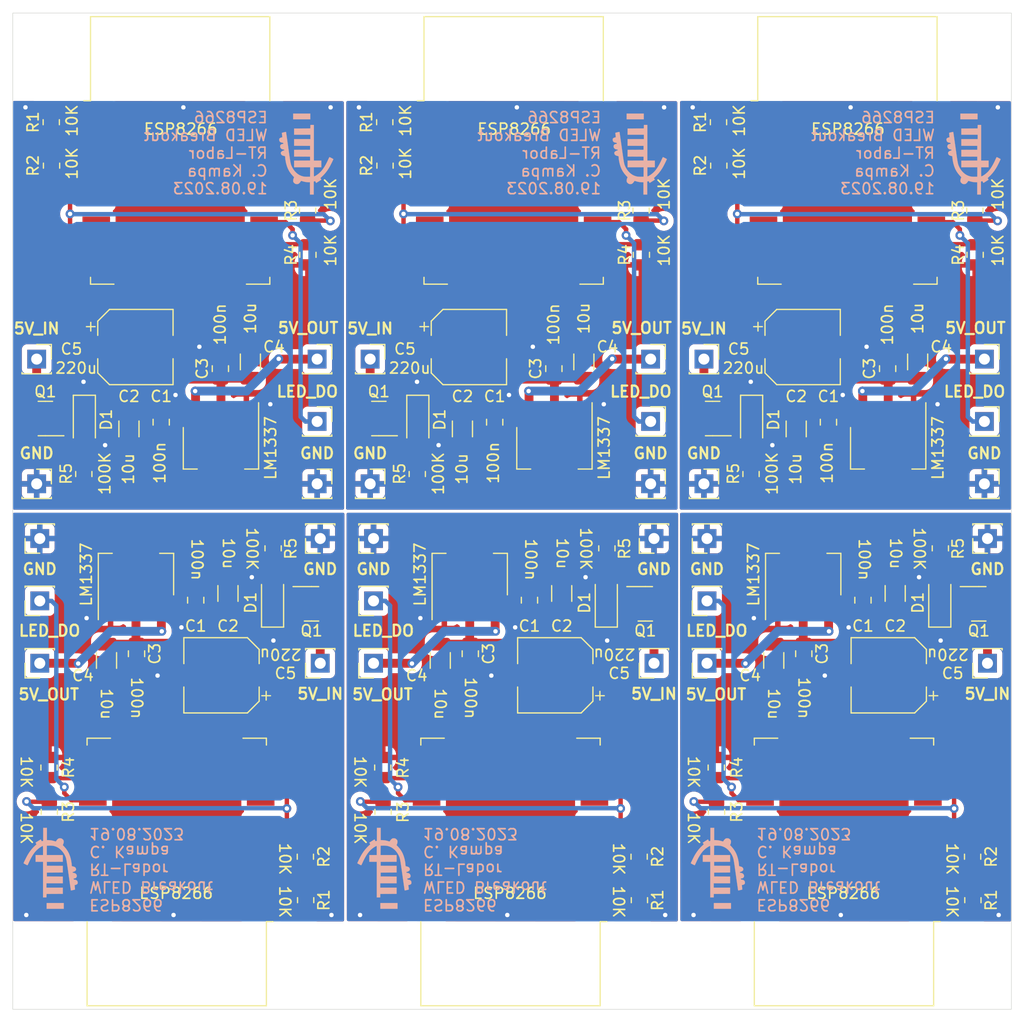
<source format=kicad_pcb>
(kicad_pcb (version 20221018) (generator pcbnew)
  (layers (0 "F.Cu" signal) (31 "B.Cu" signal) (34 "B.Paste" user) (35 "F.Paste" user) (36 "B.SilkS" user "B.Silkscreen") (37 "F.SilkS" user "F.Silkscreen") (38 "B.Mask" user) (39 "F.Mask" user) (44 "Edge.Cuts" user))
  (net 0 "")
  (net 1 "+5V")
  (net 2 "GND")
  (net 3 "Net-(U1-VCC)")
  (net 4 "Net-(D1-A)")
  (net 5 "Net-(J1-Pin_1)")
  (net 6 "Net-(J4-Pin_1)")
  (net 7 "Net-(U1-~{RST})")
  (net 8 "Net-(U1-EN)")
  (net 9 "Net-(U1-GPIO0)")
  (net 10 "Net-(U1-GPIO15)")
  (footprint "Package_TO_SOT_SMD:SOT-223-3_TabPin2" (layer "F.Cu") (at 101.854 92.4052 -90)
    (fp_text reference "LM1337")
    (fp_text value "LT1117-3.3")
  )
  (footprint "Capacitor_SMD:C_0805_2012Metric" (layer "F.Cu") (at 94.2086 111.0488 -90)
    (fp_text reference "C3")
    (fp_text value "100nF")
  )
  (footprint "Resistor_SMD:R_0805_2012Metric" (layer "F.Cu") (at 109.7026 70.8914 90)
    (fp_text reference "R3")
    (fp_text value "10k")
  )
  (footprint "Capacitor_SMD:CP_Elec_6.3x7.7" (layer "F.Cu") (at 124.3076 83.2612)
    (fp_text reference "C5")
    (fp_text value "330u")
  )
  (footprint "Connector_PinSocket_2.54mm:PinSocket_1x01_P2.54mm_Vertical" (layer "F.Cu") (at 170.9928 95.6564)
    (fp_text reference "GND")
    (fp_text value "Ground")
  )
  (footprint "Capacitor_SMD:C_0805_2012Metric" (layer "F.Cu") (at 159.9946 106.1974 90)
    (fp_text reference "C1")
    (fp_text value "100nF")
  )
  (footprint "Resistor_SMD:R_0805_2012Metric" (layer "F.Cu") (at 86.487 62.8885 90)
    (fp_text reference "R1")
    (fp_text value "10k")
  )
  (footprint "Capacitor_SMD:C_1206_3216Metric" (layer "F.Cu") (at 121.7168 111.6584 -90)
    (fp_text reference "C4")
    (fp_text value "10u")
  )
  (footprint "Resistor_SMD:R_0805_2012Metric" (layer "F.Cu") (at 139.7508 133.3773 -90)
    (fp_text reference "R1")
    (fp_text value "10k")
  )
  (footprint "Capacitor_SMD:C_1206_3216Metric" (layer "F.Cu") (at 123.7234 90.678 -90)
    (fp_text reference "C2")
    (fp_text value "10u")
  )
  (footprint "Resistor_SMD:R_0805_2012Metric" (layer "F.Cu") (at 169.9514 133.3773 -90)
    (fp_text reference "R1")
    (fp_text value "10k")
  )
  (footprint "RF_Module:ESP-12E" (layer "F.Cu") (at 158.2768 130.8212 180)
    (fp_text reference "ESP8266")
    (fp_text value "ESP-12F")
  )
  (footprint "Package_TO_SOT_SMD:SOT-23" (layer "F.Cu") (at 146.3802 89.7382 180)
    (fp_text reference "Q1")
    (fp_text value "FDN340P")
  )
  (footprint "Resistor_SMD:R_0805_2012Metric" (layer "F.Cu") (at 86.3092 125.3744 -90)
    (fp_text reference "R3")
    (fp_text value "10k")
  )
  (footprint "Package_TO_SOT_SMD:SOT-223-3_TabPin2" (layer "F.Cu") (at 162.2806 92.4052 -90)
    (fp_text reference "LM1337")
    (fp_text value "LT1117-3.3")
  )
  (footprint "Resistor_SMD:R_0805_2012Metric" (layer "F.Cu") (at 136.8044 101.4984 90)
    (fp_text reference "R5")
    (fp_text value "100k")
  )
  (footprint "Capacitor_SMD:C_1206_3216Metric" (layer "F.Cu") (at 104.521 84.6074 90)
    (fp_text reference "C4")
    (fp_text value "10u")
  )
  (footprint "RF_Module:ESP-12E" (layer "F.Cu") (at 97.8502 130.8212 180)
    (fp_text reference "ESP8266")
    (fp_text value "ESP-12F")
  )
  (footprint "Capacitor_SMD:C_0805_2012Metric" (layer "F.Cu") (at 132.0038 85.217 90)
    (fp_text reference "C3")
    (fp_text value "100nF")
  )
  (footprint "Capacitor_SMD:CP_Elec_6.3x7.7" (layer "F.Cu") (at 94.107 83.2612)
    (fp_text reference "C5")
    (fp_text value "330u")
  )
  (footprint "Capacitor_SMD:C_1206_3216Metric" (layer "F.Cu") (at 93.5228 90.678 -90)
    (fp_text reference "C2")
    (fp_text value "10u")
  )
  (footprint "Connector_PinSocket_2.54mm:PinSocket_1x01_P2.54mm_Vertical" (layer "F.Cu") (at 170.9928 84.3534)
    (fp_text reference "5V_OUT")
    (fp_text value "5V")
  )
  (footprint "Connector_PinSocket_2.54mm:PinSocket_1x01_P2.54mm_Vertical" (layer "F.Cu") (at 85.4456 111.9124 180)
    (fp_text reference "5V_OUT")
    (fp_text value "5V")
  )
  (footprint "Connector_PinSocket_2.54mm:PinSocket_1x01_P2.54mm_Vertical" (layer "F.Cu") (at 110.5662 84.3534)
    (fp_text reference "5V_OUT")
    (fp_text value "5V")
  )
  (footprint "Connector_PinSocket_2.54mm:PinSocket_1x01_P2.54mm_Vertical" (layer "F.Cu") (at 145.8722 106.2609 180)
    (fp_text reference "LED_DO")
    (fp_text value "LED_DATA")
  )
  (footprint "Package_TO_SOT_SMD:SOT-223-3_TabPin2" (layer "F.Cu") (at 124.3838 103.8606 90)
    (fp_text reference "LM1337")
    (fp_text value "LT1117-3.3")
  )
  (footprint "Resistor_SMD:R_0805_2012Metric" (layer "F.Cu") (at 146.9136 62.8885 90)
    (fp_text reference "R1")
    (fp_text value "10k")
  )
  (footprint "Connector_PinSocket_2.54mm:PinSocket_1x01_P2.54mm_Vertical" (layer "F.Cu") (at 85.1662 95.6564)
    (fp_text reference "GND")
    (fp_text value "Ground")
  )
  (footprint "Connector_PinSocket_2.54mm:PinSocket_1x01_P2.54mm_Vertical" (layer "F.Cu") (at 141.0716 111.9124 180)
    (fp_text reference "5V_IN")
    (fp_text value "5V_In")
  )
  (footprint "Resistor_SMD:R_0805_2012Metric" (layer "F.Cu") (at 139.9286 74.9046 -90)
    (fp_text reference "R4")
    (fp_text value "10k")
  )
  (footprint "Connector_PinSocket_2.54mm:PinSocket_1x01_P2.54mm_Vertical" (layer "F.Cu") (at 115.6716 100.6094 180)
    (fp_text reference "GND")
    (fp_text value "Ground")
  )
  (footprint "Package_TO_SOT_SMD:SOT-223-3_TabPin2" (layer "F.Cu") (at 94.1578 103.8606 90)
    (fp_text reference "LM1337")
    (fp_text value "LT1117-3.3")
  )
  (footprint "Resistor_SMD:R_0805_2012Metric" (layer "F.Cu") (at 116.713 66.8255 90)
    (fp_text reference "R2")
    (fp_text value "10k")
  )
  (footprint "RF_Module:ESP-12E" (layer "F.Cu") (at 98.1616 65.4446)
    (fp_text reference "ESP8266")
    (fp_text value "ESP-12F")
  )
  (footprint "Resistor_SMD:R_0805_2012Metric" (layer "F.Cu") (at 119.634 94.7674 -90)
    (fp_text reference "R5")
    (fp_text value "100k")
  )
  (footprint "Package_TO_SOT_SMD:SOT-23" (layer "F.Cu") (at 170.4848 106.5276)
    (fp_text reference "Q1")
    (fp_text value "FDN340P")
  )
  (footprint "Capacitor_SMD:C_1206_3216Metric" (layer "F.Cu") (at 153.9494 90.678 -90)
    (fp_text reference "C2")
    (fp_text value "10u")
  )
  (footprint "Resistor_SMD:R_0805_2012Metric" (layer "F.Cu") (at 146.7358 125.3744 -90)
    (fp_text reference "R3")
    (fp_text value "10k")
  )
  (footprint "Connector_PinSocket_2.54mm:PinSocket_1x01_P2.54mm_Vertical" (layer "F.Cu") (at 110.5662 95.6564)
    (fp_text reference "GND")
    (fp_text value "Ground")
  )
  (footprint "Connector_PinSocket_2.54mm:PinSocket_1x01_P2.54mm_Vertical" (layer "F.Cu") (at 171.2722 100.6094 180)
    (fp_text reference "GND")
    (fp_text value "Ground")
  )
  (footprint "Capacitor_SMD:C_0805_2012Metric" (layer "F.Cu") (at 99.568 106.1974 90)
    (fp_text reference "C1")
    (fp_text value "100nF")
  )
  (footprint "Resistor_SMD:R_0805_2012Metric" (layer "F.Cu") (at 146.939 66.8255 90)
    (fp_text reference "R2")
    (fp_text value "10k")
  )
  (footprint "Connector_PinSocket_2.54mm:PinSocket_1x01_P2.54mm_Vertical" (layer "F.Cu") (at 145.8722 111.9124 180)
    (fp_text reference "5V_OUT")
    (fp_text value "5V")
  )
  (footprint "Connector_PinSocket_2.54mm:PinSocket_1x01_P2.54mm_Vertical" (layer "F.Cu") (at 140.7668 84.3534)
    (fp_text reference "5V_OUT")
    (fp_text value "5V")
  )
  (footprint "Connector_PinSocket_2.54mm:PinSocket_1x01_P2.54mm_Vertical" (layer "F.Cu") (at 115.3668 95.6564)
    (fp_text reference "GND")
    (fp_text value "Ground")
  )
  (footprint "Capacitor_SMD:C_0805_2012Metric" (layer "F.Cu") (at 154.6352 111.0488 -90)
    (fp_text reference "C3")
    (fp_text value "100nF")
  )
  (footprint "RF_Module:ESP-12E" (layer "F.Cu") (at 158.5882 65.4446)
    (fp_text reference "ESP8266")
    (fp_text value "ESP-12F")
  )
  (footprint "Resistor_SMD:R_0805_2012Metric" (layer "F.Cu") (at 146.7104 121.3612 90)
    (fp_text reference "R4")
    (fp_text value "10k")
  )
  (footprint "Resistor_SMD:R_0805_2012Metric" (layer "F.Cu") (at 89.4334 94.7674 -90)
    (fp_text reference "R5")
    (fp_text value "100k")
  )
  (footprint "Capacitor_SMD:CP_Elec_6.3x7.7" (layer "F.Cu") (at 154.5336 83.2612)
    (fp_text reference "C5")
    (fp_text value "330u")
  )
  (footprint "Connector_PinSocket_2.54mm:PinSocket_1x01_P2.54mm_Vertical" (layer "F.Cu") (at 115.6716 111.9124 180)
    (fp_text reference "5V_OUT")
    (fp_text value "5V")
  )
  (footprint "Capacitor_SMD:C_0805_2012Metric" (layer "F.Cu") (at 124.4346 111.0488 -90)
    (fp_text reference "C3")
    (fp_text value "100nF")
  )
  (footprint "RF_Module:ESP-12E" (layer "F.Cu") (at 128.3622 65.4446)
    (fp_text reference "ESP8266")
    (fp_text value "ESP-12F")
  )
  (footprint "Resistor_SMD:R_0805_2012Metric" (layer "F.Cu") (at 106.5784 101.4984 90)
    (fp_text reference "R5")
    (fp_text value "100k")
  )
  (footprint "Capacitor_SMD:C_1206_3216Metric" (layer "F.Cu") (at 102.489 105.5878 90)
    (fp_text reference "C2")
    (fp_text value "10u")
  )
  (footprint "Connector_PinSocket_2.54mm:PinSocket_1x01_P2.54mm_Vertical" (layer "F.Cu") (at 85.4456 106.2609 180)
    (fp_text reference "LED_DO")
    (fp_text value "LED_DATA")
  )
  (footprint "Connector_PinSocket_2.54mm:PinSocket_1x01_P2.54mm_Vertical" (layer "F.Cu") (at 115.6716 106.2609 180)
    (fp_text reference "LED_DO")
    (fp_text value "LED_DATA")
  )
  (footprint "Resistor_SMD:R_0805_2012Metric" (layer "F.Cu") (at 109.5248 133.3773 -90)
    (fp_text reference "R1")
    (fp_text value "10k")
  )
  (footprint "Resistor_SMD:R_0805_2012Metric" (layer "F.Cu") (at 149.86 94.7674 -90)
    (fp_text reference "R5")
    (fp_text value "100k")
  )
  (footprint "Capacitor_SMD:C_0805_2012Metric" (layer "F.Cu") (at 162.2298 85.217 90)
    (fp_text reference "C3")
    (fp_text value "100nF")
  )
  (footprint "Connector_PinSocket_2.54mm:PinSocket_1x01_P2.54mm_Vertical" (layer "F.Cu") (at 141.0716 100.6094 180)
    (fp_text reference "GND")
    (fp_text value "Ground")
  )
  (footprint "Capacitor_SMD:CP_Elec_6.3x7.7" (layer "F.Cu") (at 162.3314 113.0046 180)
    (fp_text reference "C5")
    (fp_text value "330u")
  )
  (footprint "Resistor_SMD:R_0805_2012Metric" (layer "F.Cu") (at 170.1546 74.9046 -90)
    (fp_text reference "R4")
    (fp_text value "10k")
  )
  (footprint "Connector_PinSocket_2.54mm:PinSocket_1x01_P2.54mm_Vertical" (layer "F.Cu") (at 110.5662 90.0049)
    (fp_text reference "LED_DO")
    (fp_text value "LED_DATA")
  )
  (footprint "Connector_PinSocket_2.54mm:PinSocket_1x01_P2.54mm_Vertical" (layer "F.Cu") (at 140.7668 95.6564)
    (fp_text reference "GND")
    (fp_text value "Ground")
  )
  (footprint "Resistor_SMD:R_0805_2012Metric" (layer "F.Cu") (at 86.2838 121.3612 90)
    (fp_text reference "R4")
    (fp_text value "10k")
  )
  (footprint "Capacitor_SMD:C_1206_3216Metric" (layer "F.Cu") (at 162.9156 105.5878 90)
    (fp_text reference "C2")
    (fp_text value "10u")
  )
  (footprint "Connector_PinSocket_2.54mm:PinSocket_1x01_P2.54mm_Vertical" (layer "F.Cu") (at 171.2722 111.9124 180)
    (fp_text reference "5V_IN")
    (fp_text value "5V_In")
  )
  (footprint "Connector_PinSocket_2.54mm:PinSocket_1x01_P2.54mm_Vertical" (layer "F.Cu") (at 140.7668 90.0049)
    (fp_text reference "LED_DO")
    (fp_text value "LED_DATA")
  )
  (footprint "Resistor_SMD:R_0805_2012Metric" (layer "F.Cu") (at 86.5124 66.8255 90)
    (fp_text reference "R2")
    (fp_text value "10k")
  )
  (footprint "RF_Module:ESP-12E" (layer "F.Cu") (at 128.0762 130.8212 180)
    (fp_text reference "ESP8266")
    (fp_text value "ESP-12F")
  )
  (footprint "Connector_PinSocket_2.54mm:PinSocket_1x01_P2.54mm_Vertical" (layer "F.Cu") (at 145.5928 84.3534)
    (fp_text reference "5V_IN")
    (fp_text value "5V_In")
  )
  (footprint "Capacitor_SMD:C_0805_2012Metric" (layer "F.Cu") (at 156.8704 90.0684 -90)
    (fp_text reference "C1")
    (fp_text value "100nF")
  )
  (footprint "Capacitor_SMD:C_1206_3216Metric" (layer "F.Cu") (at 134.7216 84.6074 90)
    (fp_text reference "C4")
    (fp_text value "10u")
  )
  (footprint "Capacitor_SMD:C_0805_2012Metric" (layer "F.Cu") (at 126.6444 90.0684 -90)
    (fp_text reference "C1")
    (fp_text value "100nF")
  )
  (footprint "Capacitor_SMD:C_0805_2012Metric" (layer "F.Cu") (at 101.8032 85.217 90)
    (fp_text reference "C3")
    (fp_text value "100nF")
  )
  (footprint "Capacitor_SMD:C_1206_3216Metric" (layer "F.Cu") (at 132.715 105.5878 90)
    (fp_text reference "C2")
    (fp_text value "10u")
  )
  (footprint "Resistor_SMD:R_0805_2012Metric" (layer "F.Cu") (at 109.4994 129.4403 -90)
    (fp_text reference "R2")
    (fp_text value "10k")
  )
  (footprint "Package_TO_SOT_SMD:SOT-23" (layer "F.Cu") (at 116.1542 89.7382 180)
    (fp_text reference "Q1")
    (fp_text value "FDN340P")
  )
  (footprint "Diode_SMD:D_SOD-123F" (layer "F.Cu") (at 166.9542 106.426 90)
    (fp_text reference "D1")
    (fp_text value "BZT52C6V8")
  )
  (footprint "Resistor_SMD:R_0805_2012Metric" (layer "F.Cu") (at 116.6876 62.8885 90)
    (fp_text reference "R1")
    (fp_text value "10k")
  )
  (footprint "Capacitor_SMD:CP_Elec_6.3x7.7" (layer "F.Cu") (at 101.9048 113.0046 180)
    (fp_text reference "C5")
    (fp_text value "330u")
  )
  (footprint "Connector_PinSocket_2.54mm:PinSocket_1x01_P2.54mm_Vertical" (layer "F.Cu") (at 115.3668 84.3534)
    (fp_text reference "5V_IN")
    (fp_text value "5V_In")
  )
  (footprint "Diode_SMD:D_SOD-123F" (layer "F.Cu") (at 149.9108 89.8398 -90)
    (fp_text reference "D1")
    (fp_text value "BZT52C6V8")
  )
  (footprint "Package_TO_SOT_SMD:SOT-23" (layer "F.Cu") (at 110.0582 106.5276)
    (fp_text reference "Q1")
    (fp_text value "FDN340P")
  )
  (footprint "Connector_PinSocket_2.54mm:PinSocket_1x01_P2.54mm_Vertical" (layer "F.Cu") (at 85.4456 100.6094 180)
    (fp_text reference "GND")
    (fp_text value "Ground")
  )
  (footprint "Resistor_SMD:R_0805_2012Metric" (layer "F.Cu") (at 116.5098 121.3612 90)
    (fp_text reference "R4")
    (fp_text value "10k")
  )
  (footprint "Package_TO_SOT_SMD:SOT-23" (layer "F.Cu") (at 85.9536 89.7382 180)
    (fp_text reference "Q1")
    (fp_text value "FDN340P")
  )
  (footprint "Capacitor_SMD:CP_Elec_6.3x7.7" (layer "F.Cu") (at 132.1308 113.0046 180)
    (fp_text reference "C5")
    (fp_text value "330u")
  )
  (footprint "Package_TO_SOT_SMD:SOT-23" (layer "F.Cu") (at 140.2842 106.5276)
    (fp_text reference "Q1")
    (fp_text value "FDN340P")
  )
  (footprint "Capacitor_SMD:C_1206_3216Metric" (layer "F.Cu") (at 164.9476 84.6074 90)
    (fp_text reference "C4")
    (fp_text value "10u")
  )
  (footprint "Diode_SMD:D_SOD-123F" (layer "F.Cu") (at 119.6848 89.8398 -90)
    (fp_text reference "D1")
    (fp_text value "BZT52C6V8")
  )
  (footprint "Diode_SMD:D_SOD-123F" (layer "F.Cu") (at 89.4842 89.8398 -90)
    (fp_text reference "D1")
    (fp_text value "BZT52C6V8")
  )
  (footprint "Package_TO_SOT_SMD:SOT-223-3_TabPin2" (layer "F.Cu") (at 132.0546 92.4052 -90)
    (fp_text reference "LM1337")
    (fp_text value "LT1117-3.3")
  )
  (footprint "Capacitor_SMD:C_0805_2012Metric" (layer "F.Cu") (at 129.794 106.1974 90)
    (fp_text reference "C1")
    (fp_text value "100nF")
  )
  (footprint "Resistor_SMD:R_0805_2012Metric" (layer "F.Cu") (at 116.5352 125.3744 -90)
    (fp_text reference "R3")
    (fp_text value "10k")
  )
  (footprint "Capacitor_SMD:C_1206_3216Metric" (layer "F.Cu") (at 91.4908 111.6584 -90)
    (fp_text reference "C4")
    (fp_text value "10u")
  )
  (footprint "Resistor_SMD:R_0805_2012Metric" (layer "F.Cu") (at 109.728 74.9046 -90)
    (fp_text reference "R4")
    (fp_text value "10k")
  )
  (footprint "Connector_PinSocket_2.54mm:PinSocket_1x01_P2.54mm_Vertical" (layer "F.Cu") (at 110.8456 100.6094 180)
    (fp_text reference "GND")
    (fp_text value "Ground")
  )
  (footprint "Connector_PinSocket_2.54mm:PinSocket_1x01_P2.54mm_Vertical" (layer "F.Cu") (at 85.1662 84.3534)
    (fp_text reference "5V_IN")
    (fp_text value "5V_In")
  )
  (footprint "Diode_SMD:D_SOD-123F" (layer "F.Cu") (at 106.5276 106.426 90)
    (fp_text reference "D1")
    (fp_text value "BZT52C6V8")
  )
  (footprint "Connector_PinSocket_2.54mm:PinSocket_1x01_P2.54mm_Vertical" (layer "F.Cu") (at 170.9928 90.0049)
    (fp_text reference "LED_DO")
    (fp_text value "LED_DATA")
  )
  (footprint "Capacitor_SMD:C_0805_2012Metric" (layer "F.Cu") (at 96.4438 90.0684 -90)
    (fp_text reference "C1")
    (fp_text value "100nF")
  )
  (footprint "Connector_PinSocket_2.54mm:PinSocket_1x01_P2.54mm_Vertical" (layer "F.Cu") (at 145.5928 95.6564)
    (fp_text reference "GND")
    (fp_text value "Ground")
  )
  (footprint "Package_TO_SOT_SMD:SOT-223-3_TabPin2" (layer "F.Cu") (at 154.5844 103.8606 90)
    (fp_text reference "LM1337")
    (fp_text value "LT1117-3.3")
  )
  (footprint "Capacitor_SMD:C_1206_3216Metric" (layer "F.Cu") (at 151.9174 111.6584 -90)
    (fp_text reference "C4")
    (fp_text value "10u")
  )
  (footprint "Diode_SMD:D_SOD-123F" (layer "F.Cu") (at 136.7536 106.426 90)
    (fp_text reference "D1")
    (fp_text value "BZT52C6V8")
  )
  (footprint "Resistor_SMD:R_0805_2012Metric" (layer "F.Cu") (at 139.7254 129.4403 -90)
    (fp_text reference "R2")
    (fp_text value "10k")
  )
  (footprint "Resistor_SMD:R_0805_2012Metric" (layer "F.Cu") (at 169.926 129.4403 -90)
    (fp_text reference "R2")
    (fp_text value "10k")
  )
  (footprint "Connector_PinSocket_2.54mm:PinSocket_1x01_P2.54mm_Vertical" (layer "F.Cu") (at 145.8722 100.6094 180)
    (fp_text reference "GND")
    (fp_text value "Ground")
  )
  (footprint "Resistor_SMD:R_0805_2012Metric" (layer "F.Cu") (at 139.9032 70.8914 90)
    (fp_text reference "R3")
    (fp_text value "10k")
  )
  (footprint "Resistor_SMD:R_0805_2012Metric" (layer "F.Cu") (at 170.1292 70.8914 90)
    (fp_text reference "R3")
    (fp_text value "10k")
  )
  (footprint "Connector_PinSocket_2.54mm:PinSocket_1x01_P2.54mm_Vertical" (layer "F.Cu") (at 110.8456 111.9124 180)
    (fp_text reference "5V_IN")
    (fp_text value "5V_In")
  )
  (footprint "Resistor_SMD:R_0805_2012Metric" (layer "F.Cu") (at 167.005 101.4984 90)
    (fp_text reference "R5")
    (fp_text value "100k")
  )
  (footprint "Logo:FH-LogoSilk" (layer "B.Cu") (at 139.7508 65.7606 180)
    (fp_text reference "G***" hide)
    (fp_text value "LOGO" hide)
  )
  (footprint "Logo:FH-LogoSilk" (layer "B.Cu") (at 116.6876 130.5052)
    (fp_text reference "G***" hide)
    (fp_text value "LOGO" hide)
  )
  (footprint "Logo:FH-LogoSilk" (layer "B.Cu") (at 146.8882 130.5052)
    (fp_text reference "G***" hide)
    (fp_text value "LOGO" hide)
  )
  (footprint "Logo:FH-LogoSilk" (layer "B.Cu") (at 169.9768 65.7606 180)
    (fp_text reference "G***" hide)
    (fp_text value "LOGO" hide)
  )
  (footprint "Logo:FH-LogoSilk" (layer "B.Cu") (at 86.4616 130.5052)
    (fp_text reference "G***" hide)
    (fp_text value "LOGO" hide)
  )
  (footprint "Logo:FH-LogoSilk" (layer "B.Cu") (at 109.5502 65.7606 180)
    (fp_text reference "G***" hide)
    (fp_text value "LOGO" hide)
  )
  (gr_rect (start 83 53) (end 173.4384 143.2658) (stroke (width 0.05)) (fill none) (layer "Edge.Cuts"))
  (gr_text "ESP8266 \nWLED Breakout\nRT-Labor\nC. Kampa\n19.08.2023	" (at 136.3726 69.4944) (layer "B.SilkS") (effects (font (size 1 1)) (justify left bottom mirror)))
  (gr_text "ESP8266 \nWLED Breakout\nRT-Labor\nC. Kampa\n19.08.2023	" (at 166.5986 69.4944) (layer "B.SilkS") (effects (font (size 1 1)) (justify left bottom mirror)))
  (gr_text "ESP8266 \nWLED Breakout\nRT-Labor\nC. Kampa\n19.08.2023	" (at 120.0658 126.7714 180) (layer "B.SilkS") (effects (font (size 1 1)) (justify left bottom mirror)))
  (gr_text "ESP8266 \nWLED Breakout\nRT-Labor\nC. Kampa\n19.08.2023	" (at 150.2664 126.7714 180) (layer "B.SilkS") (effects (font (size 1 1)) (justify left bottom mirror)))
  (gr_text "ESP8266 \nWLED Breakout\nRT-Labor\nC. Kampa\n19.08.2023	" (at 106.172 69.4944) (layer "B.SilkS") (effects (font (size 1 1)) (justify left bottom mirror)))
  (gr_text "ESP8266 \nWLED Breakout\nRT-Labor\nC. Kampa\n19.08.2023	" (at 89.8398 126.7714 180) (layer "B.SilkS") (effects (font (size 1 1)) (justify left bottom mirror)))
  (gr_text "10u" (at 94.0562 95.8088 90) (layer "F.SilkS") (effects (font (size 1 1)) (justify left bottom)))
  (gr_text "10K" (at 83.6422 120.2182 -90) (layer "F.SilkS") (effects (font (size 1 1)) (justify left bottom)))
  (gr_text "10K" (at 137.287 128.0922 -90) (layer "F.SilkS") (effects (font (size 1 1)) (justify left bottom)))
  (gr_text "220u" (at 139.4714 110.5154 180) (layer "F.SilkS") (effects (font (size 1 1)) (justify left bottom)))
  (gr_text "10K" (at 137.287 131.9784 -90) (layer "F.SilkS") (effects (font (size 1 1)) (justify left bottom)))
  (gr_text "10K" (at 112.3696 70.9422 90) (layer "F.SilkS") (effects (font (size 1 1)) (justify left bottom)))
  (gr_text "100n" (at 157.3276 95.7326 90) (layer "F.SilkS") (effects (font (size 1 1)) (justify left bottom)))
  (gr_text "10K" (at 83.6422 125.3236 -90) (layer "F.SilkS") (effects (font (size 1 1)) (justify left bottom)))
  (gr_text "10K" (at 107.061 128.0922 -90) (layer "F.SilkS") (effects (font (size 1 1)) (justify left bottom)))
  (gr_text "10u" (at 90.9066 114.0968 -90) (layer "F.SilkS") (effects (font (size 1 1)) (justify left bottom)))
  (gr_text "220u" (at 86.7664 85.7504) (layer "F.SilkS") (effects (font (size 1 1)) (justify left bottom)))
  (gr_text "10K" (at 167.4876 131.9784 -90) (layer "F.SilkS") (effects (font (size 1 1)) (justify left bottom)))
  (gr_text "10K" (at 142.5702 76.0476 90) (layer "F.SilkS") (effects (font (size 1 1)) (justify left bottom)))
  (gr_text "100n" (at 127.1016 95.7326 90) (layer "F.SilkS") (effects (font (size 1 1)) (justify left bottom)))
  (gr_text "10u" (at 151.3332 114.0968 -90) (layer "F.SilkS") (effects (font (size 1 1)) (justify left bottom)))
  (gr_text "10K" (at 167.4876 128.0922 -90) (layer "F.SilkS") (effects (font (size 1 1)) (justify left bottom)))
  (gr_text "10K" (at 112.3696 76.0476 90) (layer "F.SilkS") (effects (font (size 1 1)) (justify left bottom)))
  (gr_text "10K" (at 149.3774 68.1736 90) (layer "F.SilkS") (effects (font (size 1 1)) (justify left bottom)))
  (gr_text "100K" (at 122.1232 96.7486 90) (layer "F.SilkS") (effects (font (size 1 1)) (justify left bottom)))
  (gr_text "10K" (at 119.1514 64.2874 90) (layer "F.SilkS") (effects (font (size 1 1)) (justify left bottom)))
  (gr_text "10u" (at 105.1052 82.169 90) (layer "F.SilkS") (effects (font (size 1 1)) (justify left bottom)))
  (gr_text "220u" (at 169.672 110.5154 180) (layer "F.SilkS") (effects (font (size 1 1)) (justify left bottom)))
  (gr_text "100n" (at 99.1108 100.5332 -90) (layer "F.SilkS") (effects (font (size 1 1)) (justify left bottom)))
  (gr_text "220u" (at 109.2454 110.5154 180) (layer "F.SilkS") (effects (font (size 1 1)) (justify left bottom)))
  (gr_text "10u" (at 154.4828 95.8088 90) (layer "F.SilkS") (effects (font (size 1 1)) (justify left bottom)))
  (gr_text "100n" (at 93.6498 113.0808 -90) (layer "F.SilkS") (effects (font (size 1 1)) (justify left bottom)))
  (gr_text "10u" (at 165.5318 82.169 90) (layer "F.SilkS") (effects (font (size 1 1)) (justify left bottom)))
  (gr_text "10K" (at 142.5702 70.9422 90) (layer "F.SilkS") (effects (font (size 1 1)) (justify left bottom)))
  (gr_text "10u" (at 124.2568 95.8088 90) (layer "F.SilkS") (effects (font (size 1 1)) (justify left bottom)))
  (gr_text "100n" (at 123.8758 113.0808 -90) (layer "F.SilkS") (effects (font (size 1 1)) (justify left bottom)))
  (gr_text "100n" (at 162.7886 83.185 90) (layer "F.SilkS") (effects (font (size 1 1)) (justify left bottom)))
  (gr_text "10K" (at 88.9508 64.2874 90) (layer "F.SilkS") (effects (font (size 1 1)) (justify left bottom)))
  (gr_text "100n" (at 96.901 95.7326 90) (layer "F.SilkS") (effects (font (size 1 1)) (justify left bottom)))
  (gr_text "100n" (at 129.3368 100.5332 -90) (layer "F.SilkS") (effects (font (size 1 1)) (justify left bottom)))
  (gr_text "10u" (at 132.1816 100.457 -90) (layer "F.SilkS") (effects (font (size 1 1)) (justify left bottom)))
  (gr_text "10K" (at 119.1514 68.1736 90) (layer "F.SilkS") (effects (font (size 1 1)) (justify left bottom)))
  (gr_text "10K" (at 172.7962 70.9422 90) (layer "F.SilkS") (effects (font (size 1 1)) (justify left bottom)))
  (gr_text "100K" (at 104.0892 99.5172 -90) (layer "F.SilkS") (effects (font (size 1 1)) (justify left bottom)))
  (gr_text "10K" (at 88.9508 68.1736 90) (layer "F.SilkS") (effects (font (size 1 1)) (justify left bottom)))
  (gr_text "100n" (at 132.5626 83.185 90) (layer "F.SilkS") (effects (font (size 1 1)) (justify left bottom)))
  (gr_text "10u" (at 135.3058 82.169 90) (layer "F.SilkS") (effects (font (size 1 1)) (justify left bottom)))
  (gr_text "10K" (at 113.8682 120.2182 -90) (layer "F.SilkS") (effects (font (size 1 1)) (justify left bottom)))
  (gr_text "100K" (at 152.3492 96.7486 90) (layer "F.SilkS") (effects (font (size 1 1)) (justify left bottom)))
  (gr_text "100n" (at 159.5374 100.5332 -90) (layer "F.SilkS") (effects (font (size 1 1)) (justify left bottom)))
  (gr_text "100K" (at 91.9226 96.7486 90) (layer "F.SilkS") (effects (font (size 1 1)) (justify left bottom)))
  (gr_text "10u" (at 101.9556 100.457 -90) (layer "F.SilkS") (effects (font (size 1 1)) (justify left bottom)))
  (gr_text "100K" (at 164.5158 99.5172 -90) (layer "F.SilkS") (effects (font (size 1 1)) (justify left bottom)))
  (gr_text "100K" (at 134.3152 99.5172 -90) (layer "F.SilkS") (effects (font (size 1 1)) (justify left bottom)))
  (gr_text "10K" (at 107.061 131.9784 -90) (layer "F.SilkS") (effects (font (size 1 1)) (justify left bottom)))
  (gr_text "100n" (at 102.362 83.185 90) (layer "F.SilkS") (effects (font (size 1 1)) (justify left bottom)))
  (gr_text "10u" (at 162.3822 100.457 -90) (layer "F.SilkS") (effects (font (size 1 1)) (justify left bottom)))
  (gr_text "220u" (at 147.193 85.7504) (layer "F.SilkS") (effects (font (size 1 1)) (justify left bottom)))
  (gr_text "10K" (at 144.0688 125.3236 -90) (layer "F.SilkS") (effects (font (size 1 1)) (justify left bottom)))
  (gr_text "10K" (at 113.8682 125.3236 -90) (layer "F.SilkS") (effects (font (size 1 1)) (justify left bottom)))
  (gr_text "100n" (at 154.0764 113.0808 -90) (layer "F.SilkS") (effects (font (size 1 1)) (justify left bottom)))
  (gr_text "10K" (at 144.0688 120.2182 -90) (layer "F.SilkS") (effects (font (size 1 1)) (justify left bottom)))
  (gr_text "10K" (at 172.7962 76.0476 90) (layer "F.SilkS") (effects (font (size 1 1)) (justify left bottom)))
  (gr_text "220u" (at 116.967 85.7504) (layer "F.SilkS") (effects (font (size 1 1)) (justify left bottom)))
  (gr_text "10u" (at 121.1326 114.0968 -90) (layer "F.SilkS") (effects (font (size 1 1)) (justify left bottom)))
  (gr_text "10K" (at 149.3774 64.2874 90) (layer "F.SilkS") (effects (font (size 1 1)) (justify left bottom)))
  (segment (start 132.715 107.0628) (end 126.736 107.0628) (width 0.8) (layer "F.Cu") (net 1))
  (segment (start 159.9806 87.2858) (end 159.9438 87.249) (width 0.8) (layer "F.Cu") (net 1))
  (segment (start 137.3124 84.3534) (end 140.7668 84.3534) (width 0.8) (layer "F.Cu") (net 1))
  (segment (start 99.554 87.2858) (end 99.5172 87.249) (width 0.8) (layer "F.Cu") (net 1))
  (segment (start 148.143 88.8136) (end 148.5168 88.4398) (width 0.8) (layer "F.Cu") (net 1))
  (segment (start 166.9542 107.826) (end 165.611 107.826) (width 0.8) (layer "F.Cu") (net 1))
  (segment (start 137.287 84.328) (end 137.3124 84.3534) (width 0.8) (layer "F.Cu") (net 1))
  (segment (start 121.7912 89.203) (end 123.7234 89.203) (width 0.8) (layer "F.Cu") (net 1))
  (segment (start 152.0172 89.203) (end 153.9494 89.203) (width 0.8) (layer "F.Cu") (net 1))
  (segment (start 96.4578 107.0106) (end 96.4578 108.98) (width 0.8) (layer "F.Cu") (net 1))
  (segment (start 91.5906 89.203) (end 93.5228 89.203) (width 0.8) (layer "F.Cu") (net 1))
  (segment (start 108.2954 107.4522) (end 107.9216 107.826) (width 0.8) (layer "F.Cu") (net 1))
  (segment (start 126.6838 107.0106) (end 126.6838 108.98) (width 0.8) (layer "F.Cu") (net 1))
  (segment (start 156.8844 107.0106) (end 156.8844 108.98) (width 0.8) (layer "F.Cu") (net 1))
  (segment (start 119.1514 111.9378) (end 119.126 111.9124) (width 0.8) (layer "F.Cu") (net 1))
  (segment (start 168.722 107.4522) (end 168.3482 107.826) (width 0.8) (layer "F.Cu") (net 1))
  (segment (start 119.6848 88.4398) (end 121.028 88.4398) (width 0.8) (layer "F.Cu") (net 1))
  (segment (start 156.9366 107.0628) (end 156.8844 107.0106) (width 0.8) (layer "F.Cu") (net 1))
  (segment (start 167.5384 84.3534) (end 170.9928 84.3534) (width 0.8) (layer "F.Cu") (net 1))
  (segment (start 88.9 111.9124) (end 85.4456 111.9124) (width 0.8) (layer "F.Cu") (net 1))
  (segment (start 89.4842 88.4398) (end 90.8274 88.4398) (width 0.8) (layer "F.Cu") (net 1))
  (segment (start 126.6838 108.98) (end 126.7206 109.0168) (width 0.8) (layer "F.Cu") (net 1))
  (segment (start 148.5168 88.4398) (end 149.9108 88.4398) (width 0.8) (layer "F.Cu") (net 1))
  (segment (start 104.4212 107.0628) (end 102.489 107.0628) (width 0.8) (layer "F.Cu") (net 1))
  (segment (start 99.554 89.2552) (end 99.554 87.2858) (width 0.8) (layer "F.Cu") (net 1))
  (segment (start 105.1844 107.826) (end 104.4212 107.0628) (width 0.8) (layer "F.Cu") (net 1))
  (segment (start 96.51 107.0628) (end 96.4578 107.0106) (width 0.8) (layer "F.Cu") (net 1))
  (segment (start 123.7234 89.203) (end 129.7024 89.203) (width 0.8) (layer "F.Cu") (net 1))
  (segment (start 149.352 111.9378) (end 149.3266 111.9124) (width 0.8) (layer "F.Cu") (net 1))
  (segment (start 151.254 88.4398) (end 152.0172 89.203) (width 0.8) (layer "F.Cu") (net 1))
  (segment (start 149.3266 111.9124) (end 145.8722 111.9124) (width 0.8) (layer "F.Cu") (net 1))
  (segment (start 153.9494 89.203) (end 159.9284 89.203) (width 0.8) (layer "F.Cu") (net 1))
  (segment (start 129.7546 87.2858) (end 129.7178 87.249) (width 0.8) (layer "F.Cu") (net 1))
  (segment (start 87.7164 88.8136) (end 88.0902 88.4398) (width 0.8) (layer "F.Cu") (net 1))
  (segment (start 96.4578 108.98) (end 96.4946 109.0168) (width 0.8) (layer "F.Cu") (net 1))
  (segment (start 136.7536 107.826) (end 135.4104 107.826) (width 0.8) (layer "F.Cu") (net 1))
  (segment (start 88.9254 111.9378) (end 88.9 111.9124) (width 0.8) (layer "F.Cu") (net 1))
  (segment (start 107.0864 84.328) (end 107.1118 84.3534) (width 0.8) (layer "F.Cu") (net 1))
  (segment (start 134.6472 107.0628) (end 132.715 107.0628) (width 0.8) (layer "F.Cu") (net 1))
  (segment (start 121.028 88.4398) (end 121.7912 89.203) (width 0.8) (layer "F.Cu") (net 1))
  (segment (start 126.736 107.0628) (end 126.6838 107.0106) (width 0.8) (layer "F.Cu") (net 1))
  (segment (start 164.8478 107.0628) (end 162.9156 107.0628) (width 0.8) (layer "F.Cu") (net 1))
  (segment (start 90.8274 88.4398) (end 91.5906 89.203) (width 0.8) (layer "F.Cu") (net 1))
  (segment (start 117.917 88.8136) (end 118.2908 88.4398) (width 0.8) (layer "F.Cu") (net 1))
  (segment (start 159.9284 89.203) (end 159.9806 89.2552) (width 0.8) (layer "F.Cu") (net 1))
  (segment (start 162.9156 107.0628) (end 156.9366 107.0628) (width 0.8) (layer "F.Cu") (net 1))
  (segment (start 149.9108 88.4398) (end 151.254 88.4398) (width 0.8) (layer "F.Cu") (net 1))
  (segment (start 168.3482 107.826) (end 166.9542 107.826) (width 0.8) (layer "F.Cu") (net 1))
  (segment (start 129.7024 89.203) (end 129.7546 89.2552) (width 0.8) (layer "F.Cu") (net 1))
  (segment (start 138.5214 107.4522) (end 138.1476 107.826) (width 0.8) (layer "F.Cu") (net 1))
  (segment (start 119.126 111.9124) (end 115.6716 111.9124) (width 0.8) (layer "F.Cu") (net 1))
  (segment (start 156.8844 108.98) (end 156.9212 109.0168) (width 0.8) (layer "F.Cu") (net 1))
  (segment (start 118.2908 88.4398) (end 119.6848 88.4398) (width 0.8) (layer "F.Cu") (net 1))
  (segment (start 99.5018 89.203) (end 99.554 89.2552) (width 0.8) (layer "F.Cu") (net 1))
  (segment (start 107.1118 84.3534) (end 110.5662 84.3534) (width 0.8) (layer "F.Cu") (net 1))
  (segment (start 135.4104 107.826) (end 134.6472 107.0628) (width 0.8) (layer "F.Cu") (net 1))
  (segment (start 88.0902 88.4398) (end 89.4842 88.4398) (width 0.8) (layer "F.Cu") (net 1))
  (segment (start 129.7546 89.2552) (end 129.7546 87.2858) (width 0.8) (layer "F.Cu") (net 1))
  (segment (start 167.513 84.328) (end 167.5384 84.3534) (width 0.8) (layer "F.Cu") (net 1))
  (segment (start 106.5276 107.826) (end 105.1844 107.826) (width 0.8) (layer "F.Cu") (net 1))
  (segment (start 138.1476 107.826) (end 136.7536 107.826) (width 0.8) (layer "F.Cu") (net 1))
  (segment (start 107.9216 107.826) (end 106.5276 107.826) (width 0.8) (layer "F.Cu") (net 1))
  (segment (start 102.489 107.0628) (end 96.51 107.0628) (width 0.8) (layer "F.Cu") (net 1))
  (segment (start 159.9806 89.2552) (end 159.9806 87.2858) (width 0.8) (layer "F.Cu") (net 1))
  (segment (start 93.5228 89.203) (end 99.5018 89.203) (width 0.8) (layer "F.Cu") (net 1))
  (segment (start 165.611 107.826) (end 164.8478 107.0628) (width 0.8) (layer "F.Cu") (net 1))
  (via (at 167.513 84.328) (size 0.8) (drill 0.4) (layers "F.Cu" "B.Cu") (net 1))
  (via (at 126.7206 109.0168) (size 0.8) (drill 0.4) (layers "F.Cu" "B.Cu") (net 1))
  (via (at 156.9212 109.0168) (size 0.8) (drill 0.4) (layers "F.Cu" "B.Cu") (net 1))
  (via (at 88.9254 111.9378) (size 0.8) (drill 0.4) (layers "F.Cu" "B.Cu") (net 1))
  (via (at 159.9438 87.249) (size 0.8) (drill 0.4) (layers "F.Cu" "B.Cu") (net 1))
  (via (at 149.352 111.9378) (size 0.8) (drill 0.4) (layers "F.Cu" "B.Cu") (net 1))
  (via (at 119.1514 111.9378) (size 0.8) (drill 0.4) (layers "F.Cu" "B.Cu") (net 1))
  (via (at 96.4946 109.0168) (size 0.8) (drill 0.4) (layers "F.Cu" "B.Cu") (net 1))
  (via (at 129.7178 87.249) (size 0.8) (drill 0.4) (layers "F.Cu" "B.Cu") (net 1))
  (via (at 99.5172 87.249) (size 0.8) (drill 0.4) (layers "F.Cu" "B.Cu") (net 1))
  (via (at 107.0864 84.328) (size 0.8) (drill 0.4) (layers "F.Cu" "B.Cu") (net 1))
  (via (at 137.287 84.328) (size 0.8) (drill 0.4) (layers "F.Cu" "B.Cu") (net 1))
  (segment (start 88.9254 111.9378) (end 91.8464 109.0168) (width 0.8) (layer "B.Cu") (net 1))
  (segment (start 122.0724 109.0168) (end 126.7206 109.0168) (width 0.8) (layer "B.Cu") (net 1))
  (segment (start 164.592 87.249) (end 159.9438 87.249) (width 0.8) (layer "B.Cu") (net 1))
  (segment (start 152.273 109.0168) (end 156.9212 109.0168) (width 0.8) (layer "B.Cu") (net 1))
  (segment (start 119.1514 111.9378) (end 122.0724 109.0168) (width 0.8) (layer "B.Cu") (net 1))
  (segment (start 91.8464 109.0168) (end 96.4946 109.0168) (width 0.8) (layer "B.Cu") (net 1))
  (segment (start 137.287 84.328) (end 134.366 87.249) (width 0.8) (layer "B.Cu") (net 1))
  (segment (start 134.366 87.249) (end 129.7178 87.249) (width 0.8) (layer "B.Cu") (net 1))
  (segment (start 149.352 111.9378) (end 152.273 109.0168) (width 0.8) (layer "B.Cu") (net 1))
  (segment (start 107.0864 84.328) (end 104.1654 87.249) (width 0.8) (layer "B.Cu") (net 1))
  (segment (start 167.513 84.328) (end 164.592 87.249) (width 0.8) (layer "B.Cu") (net 1))
  (segment (start 104.1654 87.249) (end 99.5172 87.249) (width 0.8) (layer "B.Cu") (net 1))
  (via (at 134.874 104.1146) (size 0.8) (drill 0.4) (layers "F.Cu" "B.Cu") (net 2))
  (via (at 142.0876 134.7216) (size 0.8) (drill 0.4) (layers "F.Cu" "B.Cu") (net 2))
  (via (at 119.6086 86.4108) (size 0.8) (drill 0.4) (layers "F.Cu" "B.Cu") (net 2))
  (via (at 119.9134 107.823) (size 0.8) (drill 0.4) (layers "F.Cu" "B.Cu") (net 2))
  (via (at 89.6874 107.823) (size 0.8) (drill 0.4) (layers "F.Cu" "B.Cu") (net 2))
  (via (at 128.4986 108.6612) (size 0.8) (drill 0.4) (layers "F.Cu" "B.Cu") (net 2))
  (via (at 99.8982 83.2358) (size 0.8) (drill 0.4) (layers "F.Cu" "B.Cu") (net 2))
  (via (at 150.114 107.823) (size 0.8) (drill 0.4) (layers "F.Cu" "B.Cu") (net 2))
  (via (at 166.751 88.4428) (size 0.8) (drill 0.4) (layers "F.Cu" "B.Cu") (net 2))
  (via (at 98.2726 108.6612) (size 0.8) (drill 0.4) (layers "F.Cu" "B.Cu") (net 2))
  (via (at 158.877 61.5442) (size 0.8) (drill 0.4) (layers "F.Cu" "B.Cu") (net 2))
  (via (at 165.0746 104.1146) (size 0.8) (drill 0.4) (layers "F.Cu" "B.Cu") (net 2))
  (via (at 91.3638 92.1512) (size 0.8) (drill 0.4) (layers "F.Cu" "B.Cu") (net 2))
  (via (at 144.5768 61.5442) (size 0.8) (drill 0.4) (layers "F.Cu" "B.Cu") (net 2))
  (via (at 158.6992 108.6612) (size 0.8) (drill 0.4) (layers "F.Cu" "B.Cu") (net 2))
  (via (at 89.408 86.4108) (size 0.8) (drill 0.4) (layers "F.Cu" "B.Cu") (net 2))
  (via (at 172.212 61.5442) (size 0.8) (drill 0.4) (layers "F.Cu" "B.Cu") (net 2))
  (via (at 121.5644 92.1512) (size 0.8) (drill 0.4) (layers "F.Cu" "B.Cu") (net 2))
  (via (at 157.988 134.7216) (size 0.8) (drill 0.4) (layers "F.Cu" "B.Cu") (net 2))
  (via (at 160.3248 83.2358) (size 0.8) (drill 0.4) (layers "F.Cu" "B.Cu") (net 2))
  (via (at 149.8346 86.4108) (size 0.8) (drill 0.4) (layers "F.Cu" "B.Cu") (net 2))
  (via (at 156.5402 113.03) (size 0.8) (drill 0.4) (layers "F.Cu" "B.Cu") (net 2))
  (via (at 158.1658 87.6046) (size 0.8) (drill 0.4) (layers "F.Cu" "B.Cu") (net 2))
  (via (at 130.0988 83.2358) (size 0.8) (drill 0.4) (layers "F.Cu" "B.Cu") (net 2))
  (via (at 114.3508 61.5442) (size 0.8) (drill 0.4) (layers "F.Cu" "B.Cu") (net 2))
  (via (at 151.7904 92.1512) (size 0.8) (drill 0.4) (layers "F.Cu" "B.Cu") (net 2))
  (via (at 106.3244 88.4428) (size 0.8) (drill 0.4) (layers "F.Cu" "B.Cu") (net 2))
  (via (at 106.6038 109.855) (size 0.8) (drill 0.4) (layers "F.Cu" "B.Cu") (net 2))
  (via (at 127.7874 134.7216) (size 0.8) (drill 0.4) (layers "F.Cu" "B.Cu") (net 2))
  (via (at 84.1502 61.5442) (size 0.8) (drill 0.4) (layers "F.Cu" "B.Cu") (net 2))
  (via (at 167.0304 109.855) (size 0.8) (drill 0.4) (layers "F.Cu" "B.Cu") (net 2))
  (via (at 144.653 134.7216) (size 0.8) (drill 0.4) (layers "F.Cu" "B.Cu") (net 2))
  (via (at 126.3396 113.03) (size 0.8) (drill 0.4) (layers "F.Cu" "B.Cu") (net 2))
  (via (at 97.5614 134.7216) (size 0.8) (drill 0.4) (layers "F.Cu" "B.Cu") (net 2))
  (via (at 127.9398 87.6046) (size 0.8) (drill 0.4) (layers "F.Cu" "B.Cu") (net 2))
  (via (at 128.651 61.5442) (size 0.8) (drill 0.4) (layers "F.Cu" "B.Cu") (net 2))
  (via (at 96.1136 113.03) (size 0.8) (drill 0.4) (layers "F.Cu" "B.Cu") (net 2))
  (via (at 136.8298 109.855) (size 0.8) (drill 0.4) (layers "F.Cu" "B.Cu") (net 2))
  (via (at 136.525 88.4428) (size 0.8) (drill 0.4) (layers "F.Cu" "B.Cu") (net 2))
  (via (at 114.4524 134.7216) (size 0.8) (drill 0.4) (layers "F.Cu" "B.Cu") (net 2))
  (via (at 141.986 61.5442) (size 0.8) (drill 0.4) (layers "F.Cu" "B.Cu") (net 2))
  (via (at 111.7854 61.5442) (size 0.8) (drill 0.4) (layers "F.Cu" "B.Cu") (net 2))
  (via (at 104.648 104.1146) (size 0.8) (drill 0.4) (layers "F.Cu" "B.Cu") (net 2))
  (via (at 111.8616 134.7216) (size 0.8) (drill 0.4) (layers "F.Cu" "B.Cu") (net 2))
  (via (at 84.2264 134.7216) (size 0.8) (drill 0.4) (layers "F.Cu" "B.Cu") (net 2))
  (via (at 98.4504 61.5442) (size 0.8) (drill 0.4) (layers "F.Cu" "B.Cu") (net 2))
  (via (at 97.7392 87.6046) (size 0.8) (drill 0.4) (layers "F.Cu" "B.Cu") (net 2))
  (via (at 172.2882 134.7216) (size 0.8) (drill 0.4) (layers "F.Cu" "B.Cu") (net 2))
  (segment (start 154.5844 100.7106) (end 154.5844 107.0106) (width 0.8) (layer "F.Cu") (net 3))
  (segment (start 116.5352 124.4619) (end 114.5051 124.4619) (width 0.4) (layer "F.Cu") (net 3))
  (segment (start 141.5834 128.5278) (end 141.6558 128.6002) (width 0.4) (layer "F.Cu") (net 3))
  (segment (start 109.4994 128.5278) (end 111.3574 128.5278) (width 0.4) (layer "F.Cu") (net 3))
  (segment (start 150.9882 75.9446) (end 148.9442 75.9446) (width 0.4) (layer "F.Cu") (net 3))
  (segment (start 165.0314 114.9172) (end 165.0314 111.3104) (width 0.8) (layer "F.Cu") (net 3))
  (segment (start 105.4502 120.3212) (end 107.4942 120.3212) (width 0.4) (layer "F.Cu") (net 3))
  (segment (start 132.0546 86.2178) (end 132.0038 86.167) (width 0.8) (layer "F.Cu") (net 3))
  (segment (start 135.6762 120.3212) (end 137.7202 120.3212) (width 0.4) (layer "F.Cu") (net 3))
  (segment (start 141.9333 71.8039) (end 141.9606 71.8312) (width 0.4) (layer "F.Cu") (net 3))
  (segment (start 120.7622 75.9446) (end 120.7622 80.5032) (width 0.8) (layer "F.Cu") (net 3))
  (segment (start 91.407 81.3486) (end 91.407 84.9554) (width 0.8) (layer "F.Cu") (net 3))
  (segment (start 107.823 127.9652) (end 108.3856 128.5278) (width 0.4) (layer "F.Cu") (net 3))
  (segment (start 115.269 63.801) (end 114.7826 64.2874) (width 0.4) (layer "F.Cu") (net 3))
  (segment (start 104.6048 114.9172) (end 104.6048 111.3104) (width 0.8) (layer "F.Cu") (net 3))
  (segment (start 90.5616 75.9446) (end 88.5176 75.9446) (width 0.4) (layer "F.Cu") (net 3))
  (segment (start 171.784 128.5278) (end 171.8564 128.6002) (width 0.4) (layer "F.Cu") (net 3))
  (segment (start 101.854 89.2552) (end 101.854 86.2178) (width 0.8) (layer "F.Cu") (net 3))
  (segment (start 94.1578 100.7106) (end 94.1578 107.0106) (width 0.8) (layer "F.Cu") (net 3))
  (segment (start 146.9136 63.801) (end 145.495 63.801) (width 0.4) (layer "F.Cu") (net 3))
  (segment (start 105.4502 120.3212) (end 105.4502 115.7626) (width 0.8) (layer "F.Cu") (net 3))
  (segment (start 138.6116 128.5278) (end 139.7254 128.5278) (width 0.4) (layer "F.Cu") (net 3))
  (segment (start 132.0884 86.0824) (end 132.0038 86.167) (width 0.8) (layer "F.Cu") (net 3))
  (segment (start 133.6192 110.0988) (end 134.8308 111.3104) (width 0.8) (layer "F.Cu") (net 3))
  (segment (start 148.9442 75.9446) (end 148.6154 75.6158) (width 0.4) (layer "F.Cu") (net 3))
  (segment (start 146.7358 124.4619) (end 144.7057 124.4619) (width 0.4) (layer "F.Cu") (net 3))
  (segment (start 88.5176 75.9446) (end 88.1888 75.6158) (width 0.4) (layer "F.Cu") (net 3))
  (segment (start 135.6762 115.7626) (end 134.8308 114.9172) (width 0.8) (layer "F.Cu") (net 3))
  (segment (start 114.855 67.738) (end 114.7826 67.6656) (width 0.4) (layer "F.Cu") (net 3))
  (segment (start 120.7622 75.9446) (end 118.7182 75.9446) (width 0.4) (layer "F.Cu") (net 3))
  (segment (start 154.5506 110.1834) (end 154.6352 110.0988) (width 0.8) (layer "F.Cu") (net 3))
  (segment (start 138.049 127.9652) (end 138.6116 128.5278) (width 0.4) (layer "F.Cu") (net 3))
  (segment (start 141.1694 132.4648) (end 141.6558 131.9784) (width 0.4) (layer "F.Cu") (net 3))
  (segment (start 111.7327 71.8039) (end 111.76 71.8312) (width 0.4) (layer "F.Cu") (net 3))
  (segment (start 122.8192 86.167) (end 121.6076 84.9554) (width 0.8) (layer "F.Cu") (net 3))
  (segment (start 94.1578 110.048) (end 94.2086 110.0988) (width 0.8) (layer "F.Cu") (net 3))
  (segment (start 111.4298 131.9784) (end 111.4298 128.6002) (width 0.4) (layer "F.Cu") (net 3))
  (segment (start 92.6186 86.167) (end 91.407 84.9554) (width 0.8) (layer "F.Cu") (net 3))
  (segment (start 139.7254 128.5278) (end 141.5834 128.5278) (width 0.4) (layer "F.Cu") (net 3))
  (segment (start 101.8878 86.0824) (end 101.8032 86.167) (width 0.8) (layer "F.Cu") (net 3))
  (segment (start 84.6544 67.738) (end 84.582 67.6656) (width 0.4) (layer "F.Cu") (net 3))
  (segment (start 134.8308 114.9172) (end 134.8308 111.3104) (width 0.8) (layer "F.Cu") (net 3))
  (segment (start 86.3092 124.4619) (end 84.2791 124.4619) (width 0.4) (layer "F.Cu") (net 3))
  (segment (start 88.1888 75.6158) (end 88.1888 68.3006) (width 0.4) (layer "F.Cu") (net 3))
  (segment (start 168.2496 120.65) (end 168.2496 127.9652) (width 0.4) (layer "F.Cu") (net 3))
  (segment (start 138.049 120.65) (end 138.049 127.9652) (width 0.4) (layer "F.Cu") (net 3))
  (segment (start 86.5124 67.738) (end 84.6544 67.738) (width 0.4) (layer "F.Cu") (net 3))
  (segment (start 118.7182 75.9446) (end 118.3894 75.6158) (width 0.4) (layer "F.Cu") (net 3))
  (segment (start 162.2298 86.167) (end 153.0452 86.167) (width 0.8) (layer "F.Cu") (net 3))
  (segment (start 88.1888 68.3006) (end 87.6262 67.738) (width 0.4) (layer "F.Cu") (net 3))
  (segment (start 110.9434 132.4648) (end 111.4298 131.9784) (width 0.4) (layer "F.Cu") (net 3))
  (segment (start 103.3932 110.0988) (end 104.6048 111.3104) (width 0.8) (layer "F.Cu") (net 3))
  (segment (start 145.495 63.801) (end 145.0086 64.2874) (width 0.4) (layer "F.Cu") (net 3))
  (segment (start 165.8768 115.7626) (end 165.0314 114.9172) (width 0.8) (layer "F.Cu") (net 3))
  (segment (start 151.9174 110.1834) (end 154.5506 110.1834) (width 0.8) (layer "F.Cu") (net 3))
  (segment (start 107.823 120.65) (end 107.823 127.9652) (width 0.4) (layer "F.Cu") (net 3))
  (segment (start 109.7026 71.8039) (end 111.7327 71.8039) (width 0.4) (layer "F.Cu") (net 3))
  (segment (start 116.6876 63.801) (end 115.269 63.801) (width 0.4) (layer "F.Cu") (net 3))
  (segment (start 167.9208 120.3212) (end 168.2496 120.65) (width 0.4) (layer "F.Cu") (net 3))
  (segment (start 118.3894 75.6158) (end 118.3894 68.3006) (width 0.4) (layer "F.Cu") (net 3))
  (segment (start 94.124 110.1834) (end 94.2086 110.0988) (width 0.8) (layer "F.Cu") (net 3))
  (segment (start 124.3838 110.048) (end 124.4346 110.0988) (width 0.8) (layer "F.Cu") (net 3))
  (segment (start 168.2496 127.9652) (end 168.8122 128.5278) (width 0.4) (layer "F.Cu") (net 3))
  (segment (start 171.8564 131.9784) (end 171.8564 128.6002) (width 0.4) (layer "F.Cu") (net 3))
  (segment (start 170.1292 71.8039) (end 172.1593 71.8039) (width 0.4) (layer "F.Cu") (net 3))
  (segment (start 84.582 64.2874) (end 84.582 67.6656) (width 0.4) (layer "F.Cu") (net 3))
  (segment (start 117.8268 67.738) (end 116.713 67.738) (width 0.4) (layer "F.Cu") (net 3))
  (segment (start 114.7826 64.2874) (end 114.7826 67.6656) (width 0.4) (layer "F.Cu") (net 3))
  (segment (start 90.5616 75.9446) (end 90.5616 80.5032) (width 0.8) (layer "F.Cu") (net 3))
  (segment (start 124.3838 107.0106) (end 124.3838 110.048) (width 0.8) (layer "F.Cu") (net 3))
  (segment (start 135.6762 120.3212) (end 135.6762 115.7626) (width 0.8) (layer "F.Cu") (net 3))
  (segment (start 85.0684 63.801) (end 84.582 64.2874) (width 0.4) (layer "F.Cu") (net 3))
  (segment (start 121.7168 110.1834) (end 124.35 110.1834) (width 0.8) (layer "F.Cu") (net 3))
  (segment (start 86.487 63.801) (end 85.0684 63.801) (width 0.4) (layer "F.Cu") (net 3))
  (segment (start 120.7622 80.5032) (end 121.6076 81.3486) (width 0.8) (layer "F.Cu") (net 3))
  (segment (start 101.854 95.5552) (end 101.854 89.2552) (width 0.8) (layer "F.Cu") (net 3))
  (segment (start 163.8198 110.0988) (end 165.0314 111.3104) (width 0.8) (layer "F.Cu") (net 3))
  (segment (start 108.3856 128.5278) (end 109.4994 128.5278) (width 0.4) (layer "F.Cu") (net 3))
  (segment (start 101.8032 86.167) (end 92.6186 86.167) (width 0.8) (layer "F.Cu") (net 3))
  (segment (start 154.6352 110.0988) (end 163.8198 110.0988) (width 0.8) (layer "F.Cu") (net 3))
  (segment (start 134.7216 86.0824) (end 132.0884 86.0824) (width 0.8) (layer "F.Cu") (net 3))
  (segment (start 162.3144 86.0824) (end 162.2298 86.167) (width 0.8) (layer "F.Cu") (net 3))
  (segment (start 116.713 67.738) (end 114.855 67.738) (width 0.4) (layer "F.Cu") (net 3))
  (segment (start 104.521 86.0824) (end 101.8878 86.0824) (width 0.8) (layer "F.Cu") (net 3))
  (segment (start 90.5616 80.5032) (end 91.407 81.3486) (width 0.8) (layer "F.Cu") (net 3))
  (segment (start 132.0546 89.2552) (end 132.0546 86.2178) (width 0.8) (layer "F.Cu") (net 3))
  (segment (start 148.6154 68.3006) (end 148.0528 67.738) (width 0.4) (layer "F.Cu") (net 3))
  (segment (start 87.6262 67.738) (end 86.5124 67.738) (width 0.4) (layer "F.Cu") (net 3))
  (segment (start 139.9032 71.8039) (end 141.9333 71.8039) (width 0.4) (layer "F.Cu") (net 3))
  (segment (start 124.35 110.1834) (end 124.4346 110.0988) (width 0.8) (layer "F.Cu") (net 3))
  (segment (start 162.2806 95.5552) (end 162.2806 89.2552) (width 0.8) (layer "F.Cu") (net 3))
  (segment (start 154.5844 110.048) (end 154.6352 110.0988) (width 0.8) (layer "F.Cu") (net 3))
  (segment (start 154.5844 107.0106) (end 154.5844 110.048) (width 0.8) (layer "F.Cu") (net 3))
  (segment (start 169.926 128.5278) (end 171.784 128.5278) (width 0.4) (layer "F.Cu") (net 3))
  (segment (start 148.6154 75.6158) (end 148.6154 68.3006) (width 0.4) (layer "F.Cu") (net 3))
  (segment (start 94.1578 107.0106) (end 94.1578 110.048) (width 0.8) (layer "F.Cu") (net 3))
  (segment (start 114.5051 124.4619) (end 114.4778 124.4346) (width 0.4) (layer "F.Cu") (net 3))
  (segment (start 146.939 67.738) (end 145.081 67.738) (width 0.4) (layer "F.Cu") (net 3))
  (segment (start 132.0546 95.5552) (end 132.0546 89.2552) (width 0.8) (layer "F.Cu") (net 3))
  (segment (start 145.0086 64.2874) (end 145.0086 67.6656) (width 0.4) (layer "F.Cu") (net 3))
  (segment (start 137.7202 120.3212) (end 138.049 120.65) (width 0.4) (layer "F.Cu") (net 3))
  (segment (start 165.8768 120.3212) (end 167.9208 120.3212) (width 0.4) (layer "F.Cu") (net 3))
  (segment (start 124.4346 110.0988) (end 133.6192 110.0988) (width 0.8) (layer "F.Cu") (net 3))
  (segment (start 132.0038 86.167) (end 122.8192 86.167) (width 0.8) (layer "F.Cu") (net 3))
  (segment (start 145.081 67.738) (end 145.0086 67.6656) (width 0.4) (layer "F.Cu") (net 3))
  (segment (start 111.3574 128.5278) (end 111.4298 128.6002) (width 0.4) (layer "F.Cu") (net 3))
  (segment (start 118.3894 68.3006) (end 117.8268 67.738) (width 0.4) (layer "F.Cu") (net 3))
  (segment (start 101.854 86.2178) (end 101.8032 86.167) (width 0.8) (layer "F.Cu") (net 3))
  (segment (start 171.37 132.4648) (end 171.8564 131.9784) (width 0.4) (layer "F.Cu") (net 3))
  (segment (start 165.8768 120.3212) (end 165.8768 115.7626) (width 0.8) (layer "F.Cu") (net 3))
  (segment (start 94.2086 110.0988) (end 103.3932 110.0988) (width 0.8) (layer "F.Cu") (net 3))
  (segment (start 172.1593 71.8039) (end 172.1866 71.8312) (width 0.4) (layer "F.Cu") (net 3))
  (segment (start 151.8336 81.3486) (end 151.8336 84.9554) (width 0.8) (layer "F.Cu") (net 3))
  (segment (start 121.6076 81.3486) (end 121.6076 84.9554) (width 0.8) (layer "F.Cu") (net 3))
  (segment (start 109.5248 132.4648) (end 110.9434 132.4648) (width 0.4) (layer "F.Cu") (net 3))
  (segment (start 169.9514 132.4648) (end 171.37 132.4648) (width 0.4) (layer "F.Cu") (net 3))
  (segment (start 168.8122 128.5278) (end 169.926 128.5278) (width 0.4) (layer "F.Cu") (net 3))
  (segment (start 148.0528 67.738) (end 146.939 67.738) (width 0.4) (layer "F.Cu") (net 3))
  (segment (start 141.6558 131.9784) (end 141.6558 128.6002) (width 0.4) (layer "F.Cu") (net 3))
  (segment (start 153.0452 86.167) (end 151.8336 84.9554) (width 0.8) (layer "F.Cu") (net 3))
  (segment (start 164.9476 86.0824) (end 162.3144 86.0824) (width 0.8) (layer "F.Cu") (net 3))
  (segment (start 107.4942 120.3212) (end 107.823 120.65) (width 0.4) (layer "F.Cu") (net 3))
  (segment (start 124.3838 100.7106) (end 124.3838 107.0106) (width 0.8) (layer "F.Cu") (net 3))
  (segment (start 91.4908 110.1834) (end 94.124 110.1834) (width 0.8) (layer "F.Cu") (net 3))
  (segment (start 84.2791 124.4619) (end 84.2518 124.4346) (width 0.4) (layer "F.Cu") (net 3))
  (segment (start 150.9882 75.9446) (end 150.9882 80.5032) (width 0.8) (layer "F.Cu") (net 3))
  (segment (start 162.2806 89.2552) (end 162.2806 86.2178) (width 0.8) (layer "F.Cu") (net 3))
  (segment (start 144.7057 124.4619) (end 144.6784 124.4346) (width 0.4) (layer "F.Cu") (net 3))
  (segment (start 162.2806 86.2178) (end 162.2298 86.167) (width 0.8) (layer "F.Cu") (net 3))
  (segment (start 150.9882 80.5032) (end 151.8336 81.3486) (width 0.8) (layer "F.Cu") (net 3))
  (segment (start 139.7508 132.4648) (end 141.1694 132.4648) (width 0.4) (layer "F.Cu") (net 3))
  (segment (start 105.4502 115.7626) (end 104.6048 114.9172) (width 0.8) (layer "F.Cu") (net 3))
  (via (at 111.76 71.8312) (size 0.8) (drill 0.4) (layers "F.Cu" "B.Cu") (net 3))
  (via (at 84.2518 124.4346) (size 0.8) (drill 0.4) (layers "F.Cu" "B.Cu") (net 3))
  (via (at 138.049 125.0696) (size 0.8) (drill 0.4) (layers "F.Cu" "B.Cu") (net 3))
  (via (at 141.9606 71.8312) (size 0.8) (drill 0.4) (layers "F.Cu" "B.Cu") (net 3))
  (via (at 172.1866 71.8312) (size 0.8) (drill 0.4) (layers "F.Cu" "B.Cu") (net 3))
  (via (at 107.823 125.0696) (size 0.8) (drill 0.4) (layers "F.Cu" "B.Cu") (net 3))
  (via (at 144.6784 124.4346) (size 0.8) (drill 0.4) (layers "F.Cu" "B.Cu") (net 3))
  (via (at 88.1888 71.1962) (size 0.8) (drill 0.4) (layers "F.Cu" "B.Cu") (net 3))
  (via (at 118.3894 71.1962) (size 0.8) (drill 0.4) (layers "F.Cu" "B.Cu") (net 3))
  (via (at 168.2496 125.0696) (size 0.8) (drill 0.4) (layers "F.Cu" "B.Cu") (net 3))
  (via (at 148.6154 71.1962) (size 0.8) (drill 0.4) (layers "F.Cu" "B.Cu") (net 3))
  (via (at 114.4778 124.4346) (size 0.8) (drill 0.4) (layers "F.Cu" "B.Cu") (net 3))
  (segment (start 138.0236 125.0442) (end 115.0874 125.0442) (width 0.4) (layer "B.Cu") (net 3))
  (segment (start 84.8614 125.0442) (end 84.2518 124.4346) (width 0.4) (layer "B.Cu") (net 3))
  (segment (start 145.288 125.0442) (end 144.6784 124.4346) (width 0.4) (layer "B.Cu") (net 3))
  (segment (start 88.1888 71.1962) (end 88.2142 71.2216) (width 0.4) (layer "B.Cu") (net 3))
  (segment (start 88.2142 71.2216) (end 111.1504 71.2216) (width 0.4) (layer "B.Cu") (net 3))
  (segment (start 171.577 71.2216) (end 172.1866 71.8312) (width 0.4) (layer "B.Cu") (net 3))
  (segment (start 107.823 125.0696) (end 107.7976 125.0442) (width 0.4) (layer "B.Cu") (net 3))
  (segment (start 107.7976 125.0442) (end 84.8614 125.0442) (width 0.4) (layer "B.Cu") (net 3))
  (segment (start 111.1504 71.2216) (end 111.76 71.8312) (width 0.4) (layer "B.Cu") (net 3))
  (segment (start 148.6408 71.2216) (end 171.577 71.2216) (width 0.4) (layer "B.Cu") (net 3))
  (segment (start 141.351 71.2216) (end 141.9606 71.8312) (width 0.4) (layer "B.Cu") (net 3))
  (segment (start 115.0874 125.0442) (end 114.4778 124.4346) (width 0.4) (layer "B.Cu") (net 3))
  (segment (start 168.2242 125.0442) (end 145.288 125.0442) (width 0.4) (layer "B.Cu") (net 3))
  (segment (start 148.6154 71.1962) (end 148.6408 71.2216) (width 0.4) (layer "B.Cu") (net 3))
  (segment (start 118.3894 71.1962) (end 118.4148 71.2216) (width 0.4) (layer "B.Cu") (net 3))
  (segment (start 118.4148 71.2216) (end 141.351 71.2216) (width 0.4) (layer "B.Cu") (net 3))
  (segment (start 138.049 125.0696) (end 138.0236 125.0442) (width 0.4) (layer "B.Cu") (net 3))
  (segment (start 168.2496 125.0696) (end 168.2242 125.0442) (width 0.4) (layer "B.Cu") (net 3))
  (segment (start 106.55 105.0036) (end 106.5276 105.026) (width 0.4) (layer "F.Cu") (net 4))
  (segment (start 149.86 93.8549) (end 149.86 91.2906) (width 0.4) (layer "F.Cu") (net 4))
  (segment (start 149.86 91.2906) (end 149.9108 91.2398) (width 0.4) (layer "F.Cu") (net 4))
  (segment (start 137.6172 105.0036) (end 136.776 105.0036) (width 0.4) (layer "F.Cu") (net 4))
  (segment (start 148.4732 90.6882) (end 149.0472 91.2622) (width 0.4) (layer "F.Cu") (net 4))
  (segment (start 119.6624 91.2622) (end 119.6848 91.2398) (width 0.4) (layer "F.Cu") (net 4))
  (segment (start 149.8884 91.2622) (end 149.9108 91.2398) (width 0.4) (layer "F.Cu") (net 4))
  (segment (start 149.0472 91.2622) (end 149.8884 91.2622) (width 0.4) (layer "F.Cu") (net 4))
  (segment (start 109.1207 105.5776) (end 107.9652 105.5776) (width 0.4) (layer "F.Cu") (net 4))
  (segment (start 136.8044 102.4109) (end 136.8044 104.9752) (width 0.4) (layer "F.Cu") (net 4))
  (segment (start 168.3918 105.5776) (end 167.8178 105.0036) (width 0.4) (layer "F.Cu") (net 4))
  (segment (start 167.005 104.9752) (end 166.9542 105.026) (width 0.4) (layer "F.Cu") (net 4))
  (segment (start 118.2472 90.6882) (end 118.8212 91.2622) (width 0.4) (layer "F.Cu") (net 4))
  (segment (start 136.8044 104.9752) (end 136.7536 105.026) (width 0.4) (layer "F.Cu") (net 4))
  (segment (start 119.634 93.8549) (end 119.634 91.2906) (width 0.4) (layer "F.Cu") (net 4))
  (segment (start 117.0917 90.6882) (end 118.2472 90.6882) (width 0.4) (layer "F.Cu") (net 4))
  (segment (start 118.8212 91.2622) (end 119.6624 91.2622) (width 0.4) (layer "F.Cu") (net 4))
  (segment (start 136.776 105.0036) (end 136.7536 105.026) (width 0.4) (layer "F.Cu") (net 4))
  (segment (start 88.6206 91.2622) (end 89.4618 91.2622) (width 0.4) (layer "F.Cu") (net 4))
  (segment (start 86.8911 90.6882) (end 88.0466 90.6882) (width 0.4) (layer "F.Cu") (net 4))
  (segment (start 88.0466 90.6882) (end 88.6206 91.2622) (width 0.4) (layer "F.Cu") (net 4))
  (segment (start 166.9766 105.0036) (end 166.9542 105.026) (width 0.4) (layer "F.Cu") (net 4))
  (segment (start 169.5473 105.5776) (end 168.3918 105.5776) (width 0.4) (layer "F.Cu") (net 4))
  (segment (start 119.634 91.2906) (end 119.6848 91.2398) (width 0.4) (layer "F.Cu") (net 4))
  (segment (start 147.3177 90.6882) (end 148.4732 90.6882) (width 0.4) (layer "F.Cu") (net 4))
  (segment (start 139.3467 105.5776) (end 138.1912 105.5776) (width 0.4) (layer "F.Cu") (net 4))
  (segment (start 106.5784 104.9752) (end 106.5276 105.026) (width 0.4) (layer "F.Cu") (net 4))
  (segment (start 107.9652 105.5776) (end 107.3912 105.0036) (width 0.4) (layer "F.Cu") (net 4))
  (segment (start 138.1912 105.5776) (end 137.6172 105.0036) (width 0.4) (layer "F.Cu") (net 4))
  (segment (start 107.3912 105.0036) (end 106.55 105.0036) (width 0.4) (layer "F.Cu") (net 4))
  (segment (start 89.4334 93.8549) (end 89.4334 91.2906) (width 0.4) (layer "F.Cu") (net 4))
  (segment (start 167.8178 105.0036) (end 166.9766 105.0036) (width 0.4) (layer "F.Cu") (net 4))
  (segment (start 167.005 102.4109) (end 167.005 104.9752) (width 0.4) (layer "F.Cu") (net 4))
  (segment (start 89.4618 91.2622) (end 89.4842 91.2398) (width 0.4) (layer "F.Cu") (net 4))
  (segment (start 106.5784 102.4109) (end 106.5784 104.9752) (width 0.4) (layer "F.Cu") (net 4))
  (segment (start 89.4334 91.2906) (end 89.4842 91.2398) (width 0.4) (layer "F.Cu") (net 4))
  (segment (start 110.8456 106.6777) (end 110.8456 111.9124) (width 0.8) (layer "F.Cu") (net 5))
  (segment (start 145.5928 89.5881) (end 145.5928 84.3534) (width 0.8) (layer "F.Cu") (net 5))
  (segment (start 141.0716 106.6777) (end 141.0716 111.9124) (width 0.8) (layer "F.Cu") (net 5))
  (segment (start 115.3668 89.5881) (end 115.3668 84.3534) (width 0.8) (layer "F.Cu") (net 5))
  (segment (start 85.1662 89.5881) (end 85.1662 84.3534) (width 0.8) (layer "F.Cu") (net 5))
  (segment (start 171.2722 106.6777) (end 171.2722 111.9124) (width 0.8) (layer "F.Cu") (net 5))
  (segment (start 138.5443 72.5805) (end 137.9084 71.9446) (width 0.4) (layer "F.Cu") (net 6))
  (segment (start 148.0947 123.1265) (end 148.0947 123.6853) (width 0.4) (layer "F.Cu") (net 6))
  (segment (start 88.304 124.3212) (end 90.2502 124.3212) (width 0.4) (layer "F.Cu") (net 6))
  (segment (start 168.7703 73.1393) (end 168.7703 72.5805) (width 0.4) (layer "F.Cu") (net 6))
  (segment (start 87.6681 123.6853) (end 88.304 124.3212) (width 0.4) (layer "F.Cu") (net 6))
  (segment (start 148.0947 123.6853) (end 148.7306 124.3212) (width 0.4) (layer "F.Cu") (net 6))
  (segment (start 107.7078 71.9446) (end 105.7616 71.9446) (width 0.4) (layer "F.Cu") (net 6))
  (segment (start 168.7703 72.5805) (end 168.1344 71.9446) (width 0.4) (layer "F.Cu") (net 6))
  (segment (start 108.3437 73.1393) (end 108.3437 72.5805) (width 0.4) (layer "F.Cu") (net 6))
  (segment (start 168.1344 71.9446) (end 166.1882 71.9446) (width 0.4) (layer "F.Cu") (net 6))
  (segment (start 87.6681 123.1265) (end 87.6681 123.6853) (width 0.4) (layer "F.Cu") (net 6))
  (segment (start 138.5443 73.1393) (end 138.5443 72.5805) (width 0.4) (layer "F.Cu") (net 6))
  (segment (start 108.3437 72.5805) (end 107.7078 71.9446) (width 0.4) (layer "F.Cu") (net 6))
  (segment (start 117.8941 123.6853) (end 118.53 124.3212) (width 0.4) (layer "F.Cu") (net 6))
  (segment (start 117.8941 123.1265) (end 117.8941 123.6853) (width 0.4) (layer "F.Cu") (net 6))
  (segment (start 137.9084 71.9446) (end 135.9622 71.9446) (width 0.4) (layer "F.Cu") (net 6))
  (segment (start 118.53 124.3212) (end 120.4762 124.3212) (width 0.4) (layer "F.Cu") (net 6))
  (segment (start 148.7306 124.3212) (end 150.6768 124.3212) (width 0.4) (layer "F.Cu") (net 6))
  (via (at 148.0947 123.1265) (size 0.8) (drill 0.4) (layers "F.Cu" "B.Cu") (net 6))
  (via (at 117.8941 123.1265) (size 0.8) (drill 0.4) (layers "F.Cu" "B.Cu") (net 6))
  (via (at 138.5443 73.1393) (size 0.8) (drill 0.4) (layers "F.Cu" "B.Cu") (net 6))
  (via (at 87.6681 123.1265) (size 0.8) (drill 0.4) (layers "F.Cu" "B.Cu") (net 6))
  (via (at 168.7703 73.1393) (size 0.8) (drill 0.4) (layers "F.Cu" "B.Cu") (net 6))
  (via (at 108.3437 73.1393) (size 0.8) (drill 0.4) (layers "F.Cu" "B.Cu") (net 6))
  (segment (start 169.4942 89.5731) (end 169.926 90.0049) (width 0.4) (layer "B.Cu") (net 6))
  (segment (start 86.9442 122.4026) (end 86.9442 106.6927) (width 0.4) (layer "B.Cu") (net 6))
  (segment (start 86.5124 106.2609) (end 85.4456 106.2609) (width 0.4) (layer "B.Cu") (net 6))
  (segment (start 168.7703 73.1393) (end 169.4942 73.8632) (width 0.4) (layer "B.Cu") (net 6))
  (segment (start 117.1702 122.4026) (end 117.1702 106.6927) (width 0.4) (layer "B.Cu") (net 6))
  (segment (start 146.939 106.2609) (end 145.8722 106.2609) (width 0.4) (layer "B.Cu") (net 6))
  (segment (start 138.5443 73.1393) (end 139.2682 73.8632) (width 0.4) (layer "B.Cu") (net 6))
  (segment (start 87.6681 123.1265) (end 86.9442 122.4026) (width 0.4) (layer "B.Cu") (net 6))
  (segment (start 117.1702 106.6927) (end 116.7384 106.2609) (width 0.4) (layer "B.Cu") (net 6))
  (segment (start 169.4942 73.8632) (end 169.4942 89.5731) (width 0.4) (layer "B.Cu") (net 6))
  (segment (start 109.4994 90.0049) (end 110.5662 90.0049) (width 0.4) (layer "B.Cu") (net 6))
  (segment (start 139.2682 73.8632) (end 139.2682 89.5731) (width 0.4) (layer "B.Cu") (net 6))
  (segment (start 169.926 90.0049) (end 170.9928 90.0049) (width 0.4) (layer "B.Cu") (net 6))
  (segment (start 108.3437 73.1393) (end 109.0676 73.8632) (width 0.4) (layer "B.Cu") (net 6))
  (segment (start 109.0676 89.5731) (end 109.4994 90.0049) (width 0.4) (layer "B.Cu") (net 6))
  (segment (start 116.7384 106.2609) (end 115.6716 106.2609) (width 0.4) (layer "B.Cu") (net 6))
  (segment (start 117.8941 123.1265) (end 117.1702 122.4026) (width 0.4) (layer "B.Cu") (net 6))
  (segment (start 148.0947 123.1265) (end 147.3708 122.4026) (width 0.4) (layer "B.Cu") (net 6))
  (segment (start 139.7 90.0049) (end 140.7668 90.0049) (width 0.4) (layer "B.Cu") (net 6))
  (segment (start 147.3708 106.6927) (end 146.939 106.2609) (width 0.4) (layer "B.Cu") (net 6))
  (segment (start 109.0676 73.8632) (end 109.0676 89.5731) (width 0.4) (layer "B.Cu") (net 6))
  (segment (start 139.2682 89.5731) (end 139.7 90.0049) (width 0.4) (layer "B.Cu") (net 6))
  (segment (start 147.3708 122.4026) (end 147.3708 106.6927) (width 0.4) (layer "B.Cu") (net 6))
  (segment (start 86.9442 106.6927) (end 86.5124 106.2609) (width 0.4) (layer "B.Cu") (net 6))
  (segment (start 120.7622 61.9446) (end 116.719 61.9446) (width 0.4) (layer "F.Cu") (net 7))
  (segment (start 109.4934 134.3212) (end 109.5248 134.2898) (width 0.4) (layer "F.Cu") (net 7))
  (segment (start 116.719 61.9446) (end 116.6876 61.976) (width 0.4) (layer "F.Cu") (net 7))
  (segment (start 150.9882 61.9446) (end 146.945 61.9446) (width 0.4) (layer "F.Cu") (net 7))
  (segment (start 146.945 61.9446) (end 146.9136 61.976) (width 0.4) (layer "F.Cu") (net 7))
  (segment (start 135.6762 134.3212) (end 139.7194 134.3212) (width 0.4) (layer "F.Cu") (net 7))
  (segment (start 165.8768 134.3212) (end 169.92 134.3212) (width 0.4) (layer "F.Cu") (net 7))
  (segment (start 90.5616 61.9446) (end 86.5184 61.9446) (width 0.4) (layer "F.Cu") (net 7))
  (segment (start 139.7194 134.3212) (end 139.7508 134.2898) (width 0.4) (layer "F.Cu") (net 7))
  (segment (start 105.4502 134.3212) (end 109.4934 134.3212) (width 0.4) (layer "F.Cu") (net 7))
  (segment (start 169.92 134.3212) (end 169.9514 134.2898) (width 0.4) (layer "F.Cu") (net 7))
  (segment (start 86.5184 61.9446) (end 86.487 61.976) (width 0.4) (layer "F.Cu") (net 7))
  (segment (start 86.544 65.9446) (end 86.5124 65.913) (width 0.4) (layer "F.Cu") (net 8))
  (segment (start 146.9706 65.9446) (end 146.939 65.913) (width 0.4) (layer "F.Cu") (net 8))
  (segment (start 169.8944 130.3212) (end 169.926 130.3528) (width 0.4) (layer "F.Cu") (net 8))
  (segment (start 90.5616 65.9446) (end 86.544 65.9446) (width 0.4) (layer "F.Cu") (net 8))
  (segment (start 105.4502 130.3212) (end 109.4678 130.3212) (width 0.4) (layer "F.Cu") (net 8))
  (segment (start 116.7446 65.9446) (end 116.713 65.913) (width 0.4) (layer "F.Cu") (net 8))
  (segment (start 135.6762 130.3212) (end 139.6938 130.3212) (width 0.4) (layer "F.Cu") (net 8))
  (segment (start 150.9882 65.9446) (end 146.9706 65.9446) (width 0.4) (layer "F.Cu") (net 8))
  (segment (start 109.4678 130.3212) (end 109.4994 130.3528) (width 0.4) (layer "F.Cu") (net 8))
  (segment (start 139.6938 130.3212) (end 139.7254 130.3528) (width 0.4) (layer "F.Cu") (net 8))
  (segment (start 120.7622 65.9446) (end 116.7446 65.9446) (width 0.4) (layer "F.Cu") (net 8))
  (segment (start 165.8768 130.3212) (end 169.8944 130.3212) (width 0.4) (layer "F.Cu") (net 8))
  (segment (start 170.0949 69.9446) (end 170.1292 69.9789) (width 0.4) (layer "F.Cu") (net 9))
  (segment (start 120.4762 126.3212) (end 116.5695 126.3212) (width 0.4) (layer "F.Cu") (net 9))
  (segment (start 109.6683 69.9446) (end 109.7026 69.9789) (width 0.4) (layer "F.Cu") (net 9))
  (segment (start 146.7701 126.3212) (end 146.7358 126.2869) (width 0.4) (layer "F.Cu") (net 9))
  (segment (start 116.5695 126.3212) (end 116.5352 126.2869) (width 0.4) (layer "F.Cu") (net 9))
  (segment (start 150.6768 126.3212) (end 146.7701 126.3212) (width 0.4) (layer "F.Cu") (net 9))
  (segment (start 166.1882 69.9446) (end 170.0949 69.9446) (width 0.4) (layer "F.Cu") (net 9))
  (segment (start 86.3435 126.3212) (end 86.3092 126.2869) (width 0.4) (layer "F.Cu") (net 9))
  (segment (start 105.7616 69.9446) (end 109.6683 69.9446) (width 0.4) (layer "F.Cu") (net 9))
  (segment (start 135.9622 69.9446) (end 139.8689 69.9446) (width 0.4) (layer "F.Cu") (net 9))
  (segment (start 139.8689 69.9446) (end 139.9032 69.9789) (width 0.4) (layer "F.Cu") (net 9))
  (segment (start 90.2502 126.3212) (end 86.3435 126.3212) (width 0.4) (layer "F.Cu") (net 9))
  (segment (start 86.3313 122.3212) (end 86.2838 122.2737) (width 0.4) (layer "F.Cu") (net 10))
  (segment (start 139.8811 73.9446) (end 139.9286 73.9921) (width 0.4) (layer "F.Cu") (net 10))
  (segment (start 150.6768 122.3212) (end 146.7579 122.3212) (width 0.4) (layer "F.Cu") (net 10))
  (segment (start 90.2502 122.3212) (end 86.3313 122.3212) (width 0.4) (layer "F.Cu") (net 10))
  (segment (start 146.7579 122.3212) (end 146.7104 122.2737) (width 0.4) (layer "F.Cu") (net 10))
  (segment (start 105.7616 73.9446) (end 109.6805 73.9446) (width 0.4) (layer "F.Cu") (net 10))
  (segment (start 109.6805 73.9446) (end 109.728 73.9921) (width 0.4) (layer "F.Cu") (net 10))
  (segment (start 120.4762 122.3212) (end 116.5573 122.3212) (width 0.4) (layer "F.Cu") (net 10))
  (segment (start 166.1882 73.9446) (end 170.1071 73.9446) (width 0.4) (layer "F.Cu") (net 10))
  (segment (start 135.9622 73.9446) (end 139.8811 73.9446) (width 0.4) (layer "F.Cu") (net 10))
  (segment (start 170.1071 73.9446) (end 170.1546 73.9921) (width 0.4) (layer "F.Cu") (net 10))
  (segment (start 116.5573 122.3212) (end 116.5098 122.2737) (width 0.4) (layer "F.Cu") (net 10))
  (zone (net 2) (net_name "GND") (layers "F&B.Cu") (connect_pads (clearance 0.5)) (min_thickness 0.25) (fill yes (thermal_gap 0.5) (thermal_bridge_width 0.5))
    (polygon (pts (xy 83.0072 60.96) (xy 112.9792 60.9854) (xy 113.0046 97.9932) (xy 82.9818 97.9932)))
  )
  (zone (net 2) (net_name "GND") (layers "F&B.Cu") (connect_pads (clearance 0.5)) (min_thickness 0.25) (fill yes (thermal_gap 0.5) (thermal_bridge_width 0.5))
    (polygon (pts (xy 173.4312 135.3058) (xy 143.4592 135.2804) (xy 143.4338 98.2726) (xy 173.4566 98.2726)))
  )
  (zone (net 2) (net_name "GND") (layers "F&B.Cu") (connect_pads (clearance 0.5)) (min_thickness 0.25) (fill yes (thermal_gap 0.5) (thermal_bridge_width 0.5))
    (polygon (pts (xy 143.4338 60.96) (xy 173.4058 60.9854) (xy 173.4312 97.9932) (xy 143.4084 97.9932)))
  )
  (zone (net 2) (net_name "GND") (layers "F&B.Cu") (connect_pads (clearance 0.5)) (min_thickness 0.25) (fill yes (thermal_gap 0.5) (thermal_bridge_width 0.5))
    (polygon (pts (xy 143.2306 135.3058) (xy 113.2586 135.2804) (xy 113.2332 98.2726) (xy 143.256 98.2726)))
  )
  (zone (net 2) (net_name "GND") (layers "F&B.Cu") (connect_pads (clearance 0.5)) (min_thickness 0.25) (fill yes (thermal_gap 0.5) (thermal_bridge_width 0.5))
    (polygon (pts (xy 113.2078 60.96) (xy 143.1798 60.9854) (xy 143.2052 97.9932) (xy 113.1824 97.9932)))
  )
  (zone (net 2) (net_name "GND") (layers "F&B.Cu") (connect_pads (clearance 0.5)) (min_thickness 0.25) (fill yes (thermal_gap 0.5) (thermal_bridge_width 0.5))
    (polygon (pts (xy 113.0046 135.3058) (xy 83.0326 135.2804) (xy 83.0072 98.2726) (xy 113.03 98.2726)))
  )
  (zone (net 0) (net_name "") (layers "F.Cu" "Edge.Cuts") (connect_pads (clearance 0)) (min_thickness 0.25)
    (keepout (tracks not_allowed) (vias not_allowed) (pads not_allowed) (copperpour not_allowed) (footprints allowed))
    (fill (thermal_gap 0.5) (thermal_bridge_width 0.5))
    (polygon (pts (xy 113.0118 143.2658) (xy 83.0118 143.2658) (xy 83.0326 135.2804) (xy 113.0046 135.3058)))
  )
  (zone (net 0) (net_name "") (layers "F.Cu" "Edge.Cuts") (connect_pads (clearance 0)) (min_thickness 0.25)
    (keepout (tracks not_allowed) (vias not_allowed) (pads not_allowed) (copperpour not_allowed) (footprints allowed))
    (fill (thermal_gap 0.5) (thermal_bridge_width 0.5))
    (polygon (pts (xy 113.2006 53) (xy 143.2006 53) (xy 143.1798 60.9854) (xy 113.2078 60.96)))
  )
  (zone (net 0) (net_name "") (layers "F.Cu" "Edge.Cuts") (connect_pads (clearance 0)) (min_thickness 0.25)
    (keepout (tracks not_allowed) (vias not_allowed) (pads not_allowed) (copperpour not_allowed) (footprints allowed))
    (fill (thermal_gap 0.5) (thermal_bridge_width 0.5))
    (polygon (pts (xy 83 53) (xy 113 53) (xy 112.9792 60.9854) (xy 83.0072 60.96)))
  )
  (zone (net 0) (net_name "") (layers "F.Cu" "Edge.Cuts") (connect_pads (clearance 0)) (min_thickness 0.25)
    (keepout (tracks not_allowed) (vias not_allowed) (pads not_allowed) (copperpour not_allowed) (footprints allowed))
    (fill (thermal_gap 0.5) (thermal_bridge_width 0.5))
    (polygon (pts (xy 143.4266 53) (xy 173.4266 53) (xy 173.4058 60.9854) (xy 143.4338 60.96)))
  )
  (zone (net 0) (net_name "") (layers "F.Cu" "Edge.Cuts") (connect_pads (clearance 0)) (min_thickness 0.25)
    (keepout (tracks not_allowed) (vias not_allowed) (pads not_allowed) (copperpour not_allowed) (footprints allowed))
    (fill (thermal_gap 0.5) (thermal_bridge_width 0.5))
    (polygon (pts (xy 143.2378 143.2658) (xy 113.2378 143.2658) (xy 113.2586 135.2804) (xy 143.2306 135.3058)))
  )
  (zone (net 0) (net_name "") (layers "F.Cu" "Edge.Cuts") (connect_pads (clearance 0)) (min_thickness 0.25)
    (keepout (tracks not_allowed) (vias not_allowed) (pads not_allowed) (copperpour not_allowed) (footprints allowed))
    (fill (thermal_gap 0.5) (thermal_bridge_width 0.5))
    (polygon (pts (xy 173.4384 143.2658) (xy 143.4384 143.2658) (xy 143.4592 135.2804) (xy 173.4312 135.3058)))
  )
)
</source>
